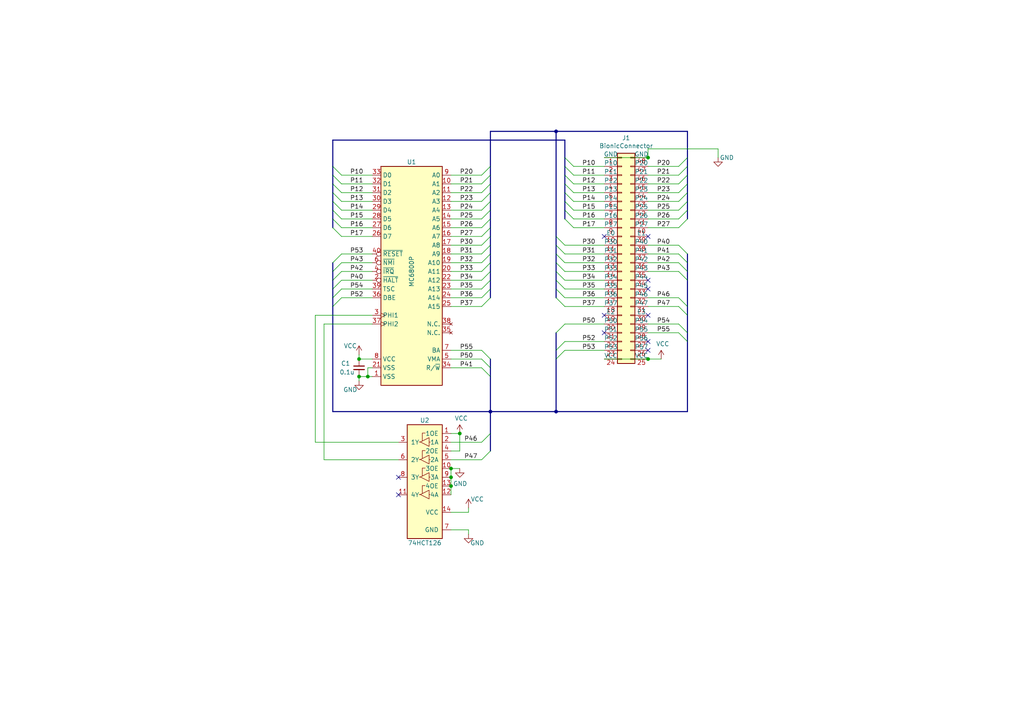
<source format=kicad_sch>
(kicad_sch (version 20211123) (generator eeschema)
  (paper "A4")
  (title_block (title "BionicMC6800 Mezzanine") (date "2022-01-18") (rev "2") (company "Tadashi G. Takaoka"))
  (lib_symbols
    (symbol "0-LocalLibrary:74HCT126" (pin_names (offset 1.016))
      (property "Reference" "U" (at 0 16.51 0))
      (property "Value" "74HCT126" (at 0 -19.05 0))
      (symbol "74HCT126_0_1"
        (polyline (pts (xy -1.2954 10.2108) (xy -1.6002 10.2108)))
        (polyline (pts (xy 1.2954 10.2362) (xy 1.651 10.2362)))
        (polyline (pts (xy 0.7112 10.5664) (xy 0.7112 12.827) (xy -0.127 12.827) (xy -0.1016 12.827)))
      )
      (symbol "74HCT126_1_0"
        (polyline (pts (xy 1.27 10.2362) (xy -1.27 11.5062) (xy -1.27 8.9662) (xy 1.27 10.2362)) (stroke (width 0.1524)))
        (pin input line (at -7.62 12.7 0) (length 2.54) (name "1OE") (number "1"))
        (pin input line (at -7.62 2.54 0) (length 2.54) (name "3OE") (number "10"))
        (pin tri_state line (at 7.62 -5.08 180) (length 2.54) (name "4Y") (number "11"))
        (pin input line (at -7.62 -5.08 0) (length 2.54) (name "4A") (number "12"))
        (pin input line (at -7.62 -2.54 0) (length 2.54) (name "4OE") (number "13"))
        (pin power_in line (at -7.62 -10.16 0) (length 2.54) (name "VCC") (number "14"))
        (pin input line (at -7.62 10.16 0) (length 2.54) (name "1A") (number "2"))
        (pin tri_state line (at 7.62 10.16 180) (length 2.54) (name "1Y") (number "3"))
        (pin input line (at -7.62 7.62 0) (length 2.54) (name "2OE") (number "4"))
        (pin input line (at -7.62 5.08 0) (length 2.54) (name "2A") (number "5"))
        (pin tri_state line (at 7.62 5.08 180) (length 2.54) (name "2Y") (number "6"))
        (pin power_in line (at -7.62 -15.24 0) (length 2.54) (name "GND") (number "7"))
        (pin tri_state line (at 7.62 0 180) (length 2.54) (name "3Y") (number "8"))
        (pin input line (at -7.62 0 0) (length 2.54) (name "3A") (number "9"))
      )
      (symbol "74HCT126_1_1"
        (rectangle (start -5.08 15.24) (end 5.08 -17.78) (stroke (width 0.254)) (fill (type background)))
        (polyline (pts (xy -1.2954 -5.0292) (xy -1.6002 -5.0292)))
        (polyline (pts (xy -1.2954 0.0508) (xy -1.6002 0.0508)))
        (polyline (pts (xy -1.2954 5.1308) (xy -1.6002 5.1308)))
        (polyline (pts (xy 1.2954 -5.0038) (xy 1.651 -5.0038)))
        (polyline (pts (xy 1.2954 0.0762) (xy 1.651 0.0762)))
        (polyline (pts (xy 1.2954 5.1562) (xy 1.651 5.1562)))
        (polyline (pts (xy 0.7112 -4.6736) (xy 0.7112 -2.413) (xy -0.127 -2.413) (xy -0.1016 -2.413)))
        (polyline (pts (xy 0.7112 0.4064) (xy 0.7112 2.667) (xy -0.127 2.667) (xy -0.1016 2.667)))
        (polyline (pts (xy 0.7112 5.4864) (xy 0.7112 7.747) (xy -0.127 7.747) (xy -0.1016 7.747)))
        (polyline (pts (xy 1.27 -5.0038) (xy -1.27 -3.7338) (xy -1.27 -6.2738) (xy 1.27 -5.0038)) (stroke (width 0.1524)))
        (polyline (pts (xy 1.27 0.0762) (xy -1.27 1.3462) (xy -1.27 -1.1938) (xy 1.27 0.0762)) (stroke (width 0.1524)))
        (polyline (pts (xy 1.27 5.1562) (xy -1.27 6.4262) (xy -1.27 3.8862) (xy 1.27 5.1562)) (stroke (width 0.1524)))
      )
    )
    (symbol "0-LocalLibrary:BionicConnector" (pin_names (offset 0))
      (property "Reference" "J" (at 1.27 30.48 0))
      (property "Value" "BionicConnector" (at 3.81 33.02 0))
      (symbol "BionicConnector_1_1"
        (rectangle (start -1.27 -30.353) (end 0 -30.607) (stroke (width 0.1524)))
        (rectangle (start -1.27 -27.813) (end 0 -28.067) (stroke (width 0.1524)))
        (rectangle (start -1.27 -25.273) (end 0 -25.527) (stroke (width 0.1524)))
        (rectangle (start -1.27 -22.733) (end 0 -22.987) (stroke (width 0.1524)))
        (rectangle (start -1.27 -20.193) (end 0 -20.447) (stroke (width 0.1524)))
        (rectangle (start -1.27 -17.653) (end 0 -17.907) (stroke (width 0.1524)))
        (rectangle (start -1.27 -15.113) (end 0 -15.367) (stroke (width 0.1524)))
        (rectangle (start -1.27 -12.573) (end 0 -12.827) (stroke (width 0.1524)))
        (rectangle (start -1.27 -10.033) (end 0 -10.287) (stroke (width 0.1524)))
        (rectangle (start -1.27 -7.493) (end 0 -7.747) (stroke (width 0.1524)))
        (rectangle (start -1.27 -4.953) (end 0 -5.207) (stroke (width 0.1524)))
        (rectangle (start -1.27 -2.413) (end 0 -2.667) (stroke (width 0.1524)))
        (rectangle (start -1.27 0.127) (end 0 -0.127) (stroke (width 0.1524)))
        (rectangle (start -1.27 2.667) (end 0 2.413) (stroke (width 0.1524)))
        (rectangle (start -1.27 5.207) (end 0 4.953) (stroke (width 0.1524)))
        (rectangle (start -1.27 7.747) (end 0 7.493) (stroke (width 0.1524)))
        (rectangle (start -1.27 10.287) (end 0 10.033) (stroke (width 0.1524)))
        (rectangle (start -1.27 12.827) (end 0 12.573) (stroke (width 0.1524)))
        (rectangle (start -1.27 15.367) (end 0 15.113) (stroke (width 0.1524)))
        (rectangle (start -1.27 17.907) (end 0 17.653) (stroke (width 0.1524)))
        (rectangle (start -1.27 20.447) (end 0 20.193) (stroke (width 0.1524)))
        (rectangle (start -1.27 22.987) (end 0 22.733) (stroke (width 0.1524)))
        (rectangle (start -1.27 25.527) (end 0 25.273) (stroke (width 0.1524)))
        (rectangle (start -1.27 28.067) (end 0 27.813) (stroke (width 0.1524)))
        (rectangle (start -1.27 29.21) (end 3.81 -31.75) (stroke (width 0.254)) (fill (type background)))
        (rectangle (start 3.81 -30.353) (end 2.54 -30.607) (stroke (width 0.1524)))
        (rectangle (start 3.81 -27.813) (end 2.54 -28.067) (stroke (width 0.1524)))
        (rectangle (start 3.81 -25.273) (end 2.54 -25.527) (stroke (width 0.1524)))
        (rectangle (start 3.81 -22.733) (end 2.54 -22.987) (stroke (width 0.1524)))
        (rectangle (start 3.81 -20.193) (end 2.54 -20.447) (stroke (width 0.1524)))
        (rectangle (start 3.81 -17.653) (end 2.54 -17.907) (stroke (width 0.1524)))
        (rectangle (start 3.81 -15.113) (end 2.54 -15.367) (stroke (width 0.1524)))
        (rectangle (start 3.81 -12.573) (end 2.54 -12.827) (stroke (width 0.1524)))
        (rectangle (start 3.81 -10.033) (end 2.54 -10.287) (stroke (width 0.1524)))
        (rectangle (start 3.81 -7.493) (end 2.54 -7.747) (stroke (width 0.1524)))
        (rectangle (start 3.81 -4.953) (end 2.54 -5.207) (stroke (width 0.1524)))
        (rectangle (start 3.81 -2.413) (end 2.54 -2.667) (stroke (width 0.1524)))
        (rectangle (start 3.81 0.127) (end 2.54 -0.127) (stroke (width 0.1524)))
        (rectangle (start 3.81 2.667) (end 2.54 2.413) (stroke (width 0.1524)))
        (rectangle (start 3.81 5.207) (end 2.54 4.953) (stroke (width 0.1524)))
        (rectangle (start 3.81 7.747) (end 2.54 7.493) (stroke (width 0.1524)))
        (rectangle (start 3.81 10.287) (end 2.54 10.033) (stroke (width 0.1524)))
        (rectangle (start 3.81 12.827) (end 2.54 12.573) (stroke (width 0.1524)))
        (rectangle (start 3.81 15.367) (end 2.54 15.113) (stroke (width 0.1524)))
        (rectangle (start 3.81 17.907) (end 2.54 17.653) (stroke (width 0.1524)))
        (rectangle (start 3.81 20.447) (end 2.54 20.193) (stroke (width 0.1524)))
        (rectangle (start 3.81 22.987) (end 2.54 22.733) (stroke (width 0.1524)))
        (rectangle (start 3.81 25.527) (end 2.54 25.273) (stroke (width 0.1524)))
        (rectangle (start 3.81 28.067) (end 2.54 27.813) (stroke (width 0.1524)))
        (pin power_out line (at -5.08 27.94 0) (length 3.81) (name "GND") (number "1"))
        (pin bidirectional line (at -5.08 5.08 0) (length 3.81) (name "E0") (number "10"))
        (pin bidirectional line (at -5.08 2.54 0) (length 3.81) (name "P30") (number "11"))
        (pin bidirectional line (at -5.08 0 0) (length 3.81) (name "P31") (number "12"))
        (pin bidirectional line (at -5.08 -2.54 0) (length 3.81) (name "P32") (number "13"))
        (pin bidirectional line (at -5.08 -5.08 0) (length 3.81) (name "P33") (number "14"))
        (pin bidirectional line (at -5.08 -7.62 0) (length 3.81) (name "P34") (number "15"))
        (pin bidirectional line (at -5.08 -10.16 0) (length 3.81) (name "P35") (number "16"))
        (pin bidirectional line (at -5.08 -12.7 0) (length 3.81) (name "P36") (number "17"))
        (pin bidirectional line (at -5.08 -15.24 0) (length 3.81) (name "P37") (number "18"))
        (pin bidirectional line (at -5.08 -17.78 0) (length 3.81) (name "E2") (number "19"))
        (pin bidirectional line (at -5.08 25.4 0) (length 3.81) (name "P10") (number "2"))
        (pin bidirectional line (at -5.08 -20.32 0) (length 3.81) (name "P50") (number "20"))
        (pin bidirectional line (at -5.08 -22.86 0) (length 3.81) (name "P51") (number "21"))
        (pin bidirectional line (at -5.08 -25.4 0) (length 3.81) (name "P52") (number "22"))
        (pin bidirectional line (at -5.08 -27.94 0) (length 3.81) (name "P53") (number "23"))
        (pin power_out line (at -5.08 -30.48 0) (length 3.81) (name "VCC") (number "24"))
        (pin power_in line (at 7.62 -30.48 180) (length 3.81) (name "VCC") (number "25"))
        (pin bidirectional line (at 7.62 -27.94 180) (length 3.81) (name "P57") (number "26"))
        (pin bidirectional line (at 7.62 -25.4 180) (length 3.81) (name "P56") (number "27"))
        (pin bidirectional line (at 7.62 -22.86 180) (length 3.81) (name "P55") (number "28"))
        (pin bidirectional line (at 7.62 -20.32 180) (length 3.81) (name "P54") (number "29"))
        (pin bidirectional line (at -5.08 22.86 0) (length 3.81) (name "P11") (number "3"))
        (pin bidirectional line (at 7.62 -17.78 180) (length 3.81) (name "E3") (number "30"))
        (pin bidirectional line (at 7.62 -15.24 180) (length 3.81) (name "P47") (number "31"))
        (pin bidirectional line (at 7.62 -12.7 180) (length 3.81) (name "P46") (number "32"))
        (pin bidirectional line (at 7.62 -10.16 180) (length 3.81) (name "P45") (number "33"))
        (pin bidirectional line (at 7.62 -7.62 180) (length 3.81) (name "P44") (number "34"))
        (pin bidirectional line (at 7.62 -5.08 180) (length 3.81) (name "P43") (number "35"))
        (pin bidirectional line (at 7.62 -2.54 180) (length 3.81) (name "P42") (number "36"))
        (pin bidirectional line (at 7.62 0 180) (length 3.81) (name "P41") (number "37"))
        (pin bidirectional line (at 7.62 2.54 180) (length 3.81) (name "P40") (number "38"))
        (pin bidirectional line (at 7.62 5.08 180) (length 3.81) (name "E1") (number "39"))
        (pin bidirectional line (at -5.08 20.32 0) (length 3.81) (name "P12") (number "4"))
        (pin bidirectional line (at 7.62 7.62 180) (length 3.81) (name "P27") (number "40"))
        (pin bidirectional line (at 7.62 10.16 180) (length 3.81) (name "P26") (number "41"))
        (pin bidirectional line (at 7.62 12.7 180) (length 3.81) (name "P25") (number "42"))
        (pin bidirectional line (at 7.62 15.24 180) (length 3.81) (name "P24") (number "43"))
        (pin bidirectional line (at 7.62 17.78 180) (length 3.81) (name "P23") (number "44"))
        (pin bidirectional line (at 7.62 20.32 180) (length 3.81) (name "P22") (number "45"))
        (pin bidirectional line (at 7.62 22.86 180) (length 3.81) (name "P21") (number "46"))
        (pin bidirectional line (at 7.62 25.4 180) (length 3.81) (name "P20") (number "47"))
        (pin power_in line (at 7.62 27.94 180) (length 3.81) (name "GND") (number "48"))
        (pin bidirectional line (at -5.08 17.78 0) (length 3.81) (name "P13") (number "5"))
        (pin bidirectional line (at -5.08 15.24 0) (length 3.81) (name "P14") (number "6"))
        (pin bidirectional line (at -5.08 12.7 0) (length 3.81) (name "P15") (number "7"))
        (pin bidirectional line (at -5.08 10.16 0) (length 3.81) (name "P16") (number "8"))
        (pin bidirectional line (at -5.08 7.62 0) (length 3.81) (name "P17") (number "9"))
      )
    )
    (symbol "0-LocalLibrary:MC6800P"
      (property "Reference" "U" (at -1.27 31.75 0))
      (property "Value" "MC6800P" (at 0 -3.81 90))
      (symbol "MC6800P_0_1"
        (rectangle (start -8.89 -33.02) (end 8.89 30.48) (stroke (width 0.254)) (fill (type background)))
      )
      (symbol "MC6800P_1_1"
        (pin power_in line (at -11.43 -30.48 0) (length 2.54) (name "VSS") (number "1"))
        (pin output line (at 11.43 25.4 180) (length 2.54) (name "A1") (number "10"))
        (pin output line (at 11.43 22.86 180) (length 2.54) (name "A2") (number "11"))
        (pin output line (at 11.43 20.32 180) (length 2.54) (name "A3") (number "12"))
        (pin output line (at 11.43 17.78 180) (length 2.54) (name "A4") (number "13"))
        (pin output line (at 11.43 15.24 180) (length 2.54) (name "A5") (number "14"))
        (pin output line (at 11.43 12.7 180) (length 2.54) (name "A6") (number "15"))
        (pin output line (at 11.43 10.16 180) (length 2.54) (name "A7") (number "16"))
        (pin output line (at 11.43 7.62 180) (length 2.54) (name "A8") (number "17"))
        (pin output line (at 11.43 5.08 180) (length 2.54) (name "A9") (number "18"))
        (pin output line (at 11.43 2.54 180) (length 2.54) (name "A10") (number "19"))
        (pin input inverted (at -11.43 -2.54 0) (length 2.54) (name "~{HALT}") (number "2"))
        (pin output line (at 11.43 0 180) (length 2.54) (name "A11") (number "20"))
        (pin power_in line (at -11.43 -27.94 0) (length 2.54) (name "VSS") (number "21"))
        (pin output line (at 11.43 -2.54 180) (length 2.54) (name "A12") (number "22"))
        (pin output line (at 11.43 -5.08 180) (length 2.54) (name "A13") (number "23"))
        (pin output line (at 11.43 -7.62 180) (length 2.54) (name "A14") (number "24"))
        (pin output line (at 11.43 -10.16 180) (length 2.54) (name "A15") (number "25"))
        (pin bidirectional line (at -11.43 10.16 0) (length 2.54) (name "D7") (number "26"))
        (pin bidirectional line (at -11.43 12.7 0) (length 2.54) (name "D6") (number "27"))
        (pin bidirectional line (at -11.43 15.24 0) (length 2.54) (name "D5") (number "28"))
        (pin bidirectional line (at -11.43 17.78 0) (length 2.54) (name "D4") (number "29"))
        (pin input clock (at -11.43 -12.7 0) (length 2.54) (name "PHI1") (number "3"))
        (pin bidirectional line (at -11.43 20.32 0) (length 2.54) (name "D3") (number "30"))
        (pin bidirectional line (at -11.43 22.86 0) (length 2.54) (name "D2") (number "31"))
        (pin bidirectional line (at -11.43 25.4 0) (length 2.54) (name "D1") (number "32"))
        (pin bidirectional line (at -11.43 27.94 0) (length 2.54) (name "D0") (number "33"))
        (pin output line (at 11.43 -27.94 180) (length 2.54) (name "R/~{W}") (number "34"))
        (pin no_connect line (at 11.43 -17.78 180) (length 2.54) (name "N.C.") (number "35"))
        (pin input line (at -11.43 -7.62 0) (length 2.54) (name "DBE") (number "36"))
        (pin input clock (at -11.43 -15.24 0) (length 2.54) (name "PHI2") (number "37"))
        (pin no_connect line (at 11.43 -15.24 180) (length 2.54) (name "N.C.") (number "38"))
        (pin input line (at -11.43 -5.08 0) (length 2.54) (name "TSC") (number "39"))
        (pin input inverted (at -11.43 0 0) (length 2.54) (name "~{IRQ}") (number "4"))
        (pin input inverted (at -11.43 5.08 0) (length 2.54) (name "~{RESET}") (number "40"))
        (pin output line (at 11.43 -25.4 180) (length 2.54) (name "VMA") (number "5"))
        (pin input inverted (at -11.43 2.54 0) (length 2.54) (name "~{NMI}") (number "6"))
        (pin output line (at 11.43 -22.86 180) (length 2.54) (name "BA") (number "7"))
        (pin power_in line (at -11.43 -25.4 0) (length 2.54) (name "VCC") (number "8"))
        (pin output line (at 11.43 27.94 180) (length 2.54) (name "A0") (number "9"))
      )
    )
    (symbol "Device:C_Small" (pin_numbers hide) (pin_names (offset 0.254) hide)
      (property "Reference" "C" (at 0.254 1.778 0))
      (property "Value" "C_Small" (at 0.254 -2.032 0))
      (symbol "C_Small_0_1"
        (polyline (pts (xy -1.524 -0.508) (xy 1.524 -0.508)) (stroke (width 0.3302)))
        (polyline (pts (xy -1.524 0.508) (xy 1.524 0.508)) (stroke (width 0.3048)))
      )
      (symbol "C_Small_1_1"
        (pin passive line (at 0 2.54 270) (length 2.032) (name "~") (number "1"))
        (pin passive line (at 0 -2.54 90) (length 2.032) (name "~") (number "2"))
      )
    )
    (symbol "power:GND" (power) (pin_names (offset 0))
      (property "Value" "GND" (at 0 -3.81 0))
      (symbol "GND_0_1"
        (polyline (pts (xy 0 0) (xy 0 -1.27) (xy 1.27 -1.27) (xy 0 -2.54) (xy -1.27 -1.27) (xy 0 -1.27)))
      )
      (symbol "GND_1_1"
        (pin power_in line (at 0 0 270) (length 0) hide (name "GND") (number "1"))
      )
    )
    (symbol "power:VCC" (power) (pin_names (offset 0))
      (property "Value" "VCC" (at 0 3.81 0))
      (symbol "VCC_0_1"
        (polyline (pts (xy -0.762 1.27) (xy 0 2.54)))
        (polyline (pts (xy 0 0) (xy 0 2.54)))
        (polyline (pts (xy 0 2.54) (xy 0.762 1.27)))
      )
      (symbol "VCC_1_1"
        (pin power_in line (at 0 0 90) (length 0) hide (name "VCC") (number "1"))
      )
    )
  )
  (junction (at 104.14 109.22))
  (junction (at 161.29 119.38))
  (junction (at 142.24 119.38))
  (junction (at 130.81 140.97))
  (junction (at 161.29 38.1))
  (junction (at 187.96 45.72))
  (junction (at 106.68 109.22))
  (junction (at 133.35 125.73))
  (junction (at 104.14 104.14))
  (junction (at 130.81 135.89))
  (junction (at 130.81 138.43))
  (junction (at 187.96 104.14))
  (no_connect (at 187.96 99.06))
  (no_connect (at 175.26 68.58))
  (no_connect (at 175.26 96.52))
  (no_connect (at 115.57 143.51))
  (no_connect (at 175.26 91.44))
  (no_connect (at 187.96 101.6))
  (no_connect (at 115.57 138.43))
  (no_connect (at 187.96 83.82))
  (no_connect (at 187.96 68.58))
  (no_connect (at 187.96 81.28))
  (no_connect (at 187.96 91.44))
  (bus_entry (at 196.85 96.52) (size 2.54 2.54))
  (bus_entry (at 139.7 104.14) (size 2.54 2.54))
  (bus_entry (at 139.7 73.66) (size 2.54 -2.54))
  (bus_entry (at 163.83 101.6) (size -2.54 2.54))
  (bus_entry (at 166.37 60.96) (size -2.54 -2.54))
  (bus_entry (at 139.7 128.27) (size 2.54 -2.54))
  (bus_entry (at 163.83 93.98) (size -2.54 2.54))
  (bus_entry (at 99.06 76.2) (size -2.54 2.54))
  (bus_entry (at 161.29 78.74) (size 2.54 2.54))
  (bus_entry (at 142.24 58.42) (size -2.54 2.54))
  (bus_entry (at 99.06 81.28) (size -2.54 2.54))
  (bus_entry (at 139.7 78.74) (size 2.54 -2.54))
  (bus_entry (at 166.37 55.88) (size -2.54 -2.54))
  (bus_entry (at 139.7 86.36) (size 2.54 -2.54))
  (bus_entry (at 139.7 81.28) (size 2.54 -2.54))
  (bus_entry (at 166.37 66.04) (size -2.54 -2.54))
  (bus_entry (at 139.7 83.82) (size 2.54 -2.54))
  (bus_entry (at 199.39 60.96) (size -2.54 2.54))
  (bus_entry (at 99.06 66.04) (size -2.54 -2.54))
  (bus_entry (at 142.24 60.96) (size -2.54 2.54))
  (bus_entry (at 99.06 78.74) (size -2.54 2.54))
  (bus_entry (at 161.29 73.66) (size 2.54 2.54))
  (bus_entry (at 99.06 60.96) (size -2.54 -2.54))
  (bus_entry (at 99.06 58.42) (size -2.54 -2.54))
  (bus_entry (at 142.24 55.88) (size -2.54 2.54))
  (bus_entry (at 161.29 76.2) (size 2.54 2.54))
  (bus_entry (at 99.06 68.58) (size -2.54 -2.54))
  (bus_entry (at 163.83 71.12) (size -2.54 -2.54))
  (bus_entry (at 142.24 53.34) (size -2.54 2.54))
  (bus_entry (at 139.7 76.2) (size 2.54 -2.54))
  (bus_entry (at 196.85 93.98) (size 2.54 2.54))
  (bus_entry (at 199.39 45.72) (size -2.54 2.54))
  (bus_entry (at 166.37 48.26) (size -2.54 -2.54))
  (bus_entry (at 196.85 73.66) (size 2.54 2.54))
  (bus_entry (at 161.29 86.36) (size 2.54 2.54))
  (bus_entry (at 199.39 55.88) (size -2.54 2.54))
  (bus_entry (at 196.85 76.2) (size 2.54 2.54))
  (bus_entry (at 166.37 63.5) (size -2.54 -2.54))
  (bus_entry (at 139.7 101.6) (size 2.54 2.54))
  (bus_entry (at 96.52 86.36) (size 2.54 -2.54))
  (bus_entry (at 139.7 88.9) (size 2.54 -2.54))
  (bus_entry (at 199.39 53.34) (size -2.54 2.54))
  (bus_entry (at 166.37 58.42) (size -2.54 -2.54))
  (bus_entry (at 199.39 58.42) (size -2.54 2.54))
  (bus_entry (at 196.85 86.36) (size 2.54 2.54))
  (bus_entry (at 199.39 63.5) (size -2.54 2.54))
  (bus_entry (at 139.7 71.12) (size 2.54 -2.54))
  (bus_entry (at 196.85 71.12) (size 2.54 2.54))
  (bus_entry (at 199.39 48.26) (size -2.54 2.54))
  (bus_entry (at 142.24 66.04) (size -2.54 2.54))
  (bus_entry (at 166.37 53.34) (size -2.54 -2.54))
  (bus_entry (at 166.37 50.8) (size -2.54 -2.54))
  (bus_entry (at 161.29 71.12) (size 2.54 2.54))
  (bus_entry (at 99.06 55.88) (size -2.54 -2.54))
  (bus_entry (at 96.52 76.2) (size 2.54 -2.54))
  (bus_entry (at 199.39 50.8) (size -2.54 2.54))
  (bus_entry (at 96.52 88.9) (size 2.54 -2.54))
  (bus_entry (at 142.24 63.5) (size -2.54 2.54))
  (bus_entry (at 196.85 78.74) (size 2.54 2.54))
  (bus_entry (at 139.7 133.35) (size 2.54 -2.54))
  (bus_entry (at 139.7 106.68) (size 2.54 2.54))
  (bus_entry (at 142.24 48.26) (size -2.54 2.54))
  (bus_entry (at 196.85 88.9) (size 2.54 2.54))
  (bus_entry (at 99.06 63.5) (size -2.54 -2.54))
  (bus_entry (at 142.24 50.8) (size -2.54 2.54))
  (bus_entry (at 161.29 83.82) (size 2.54 2.54))
  (bus_entry (at 161.29 81.28) (size 2.54 2.54))
  (bus_entry (at 99.06 50.8) (size -2.54 -2.54))
  (bus_entry (at 163.83 99.06) (size -2.54 2.54))
  (bus_entry (at 99.06 53.34) (size -2.54 -2.54))
  (wire (pts (xy 99.06 78.74) (xy 107.95 78.74)))
  (bus (pts (xy 161.29 96.52) (xy 161.29 101.6)))
  (bus (pts (xy 142.24 68.58) (xy 142.24 71.12)))
  (bus (pts (xy 142.24 125.73) (xy 142.24 130.81)))
  (wire (pts (xy 104.14 109.22) (xy 106.68 109.22)))
  (wire (pts (xy 163.83 71.12) (xy 175.26 71.12)))
  (wire (pts (xy 130.81 71.12) (xy 139.7 71.12)))
  (wire (pts (xy 130.81 128.27) (xy 139.7 128.27)))
  (wire (pts (xy 187.96 50.8) (xy 196.85 50.8)))
  (wire (pts (xy 187.96 76.2) (xy 196.85 76.2)))
  (bus (pts (xy 142.24 119.38) (xy 142.24 125.73)))
  (bus (pts (xy 163.83 45.72) (xy 163.83 48.26)))
  (wire (pts (xy 175.26 66.04) (xy 166.37 66.04)))
  (wire (pts (xy 187.96 60.96) (xy 196.85 60.96)))
  (bus (pts (xy 199.39 73.66) (xy 199.39 76.2)))
  (wire (pts (xy 163.83 86.36) (xy 175.26 86.36)))
  (wire (pts (xy 91.44 91.44) (xy 91.44 128.27)))
  (wire (pts (xy 175.26 55.88) (xy 166.37 55.88)))
  (wire (pts (xy 187.96 43.18) (xy 187.96 45.72)))
  (bus (pts (xy 96.52 81.28) (xy 96.52 83.82)))
  (bus (pts (xy 161.29 101.6) (xy 161.29 104.14)))
  (bus (pts (xy 96.52 119.38) (xy 142.24 119.38)))
  (bus (pts (xy 142.24 78.74) (xy 142.24 81.28)))
  (wire (pts (xy 175.26 60.96) (xy 166.37 60.96)))
  (bus (pts (xy 142.24 48.26) (xy 142.24 50.8)))
  (wire (pts (xy 175.26 101.6) (xy 163.83 101.6)))
  (wire (pts (xy 187.96 71.12) (xy 196.85 71.12)))
  (wire (pts (xy 91.44 91.44) (xy 107.95 91.44)))
  (wire (pts (xy 130.81 133.35) (xy 139.7 133.35)))
  (wire (pts (xy 93.98 93.98) (xy 93.98 133.35)))
  (wire (pts (xy 187.96 43.18) (xy 208.28 43.18)))
  (wire (pts (xy 130.81 63.5) (xy 139.7 63.5)))
  (bus (pts (xy 199.39 45.72) (xy 199.39 48.26)))
  (bus (pts (xy 142.24 76.2) (xy 142.24 78.74)))
  (wire (pts (xy 130.81 53.34) (xy 139.7 53.34)))
  (bus (pts (xy 142.24 109.22) (xy 142.24 119.38)))
  (bus (pts (xy 161.29 81.28) (xy 161.29 83.82)))
  (wire (pts (xy 135.89 148.59) (xy 135.89 147.32)))
  (bus (pts (xy 142.24 63.5) (xy 142.24 66.04)))
  (bus (pts (xy 161.29 38.1) (xy 199.39 38.1)))
  (wire (pts (xy 104.14 110.49) (xy 104.14 109.22)))
  (bus (pts (xy 96.52 40.64) (xy 96.52 48.26)))
  (wire (pts (xy 130.81 60.96) (xy 139.7 60.96)))
  (wire (pts (xy 107.95 66.04) (xy 99.06 66.04)))
  (wire (pts (xy 187.96 96.52) (xy 196.85 96.52)))
  (wire (pts (xy 93.98 93.98) (xy 107.95 93.98)))
  (bus (pts (xy 161.29 104.14) (xy 161.29 119.38)))
  (wire (pts (xy 187.96 58.42) (xy 196.85 58.42)))
  (wire (pts (xy 106.68 106.68) (xy 106.68 109.22)))
  (wire (pts (xy 130.81 88.9) (xy 139.7 88.9)))
  (wire (pts (xy 107.95 60.96) (xy 99.06 60.96)))
  (wire (pts (xy 135.89 154.94) (xy 135.89 153.67)))
  (wire (pts (xy 130.81 130.81) (xy 133.35 130.81)))
  (wire (pts (xy 130.81 55.88) (xy 139.7 55.88)))
  (wire (pts (xy 130.81 153.67) (xy 135.89 153.67)))
  (bus (pts (xy 142.24 60.96) (xy 142.24 63.5)))
  (bus (pts (xy 199.39 88.9) (xy 199.39 91.44)))
  (wire (pts (xy 130.81 73.66) (xy 139.7 73.66)))
  (wire (pts (xy 107.95 106.68) (xy 106.68 106.68)))
  (wire (pts (xy 175.26 63.5) (xy 166.37 63.5)))
  (bus (pts (xy 199.39 58.42) (xy 199.39 60.96)))
  (bus (pts (xy 142.24 83.82) (xy 142.24 86.36)))
  (wire (pts (xy 130.81 83.82) (xy 139.7 83.82)))
  (wire (pts (xy 187.96 66.04) (xy 196.85 66.04)))
  (wire (pts (xy 163.83 83.82) (xy 175.26 83.82)))
  (wire (pts (xy 107.95 68.58) (xy 99.06 68.58)))
  (bus (pts (xy 163.83 40.64) (xy 163.83 45.72)))
  (bus (pts (xy 142.24 53.34) (xy 142.24 55.88)))
  (wire (pts (xy 107.95 55.88) (xy 99.06 55.88)))
  (wire (pts (xy 187.96 48.26) (xy 196.85 48.26)))
  (bus (pts (xy 199.39 55.88) (xy 199.39 58.42)))
  (bus (pts (xy 96.52 88.9) (xy 96.52 119.38)))
  (wire (pts (xy 163.83 88.9) (xy 175.26 88.9)))
  (wire (pts (xy 130.81 50.8) (xy 139.7 50.8)))
  (wire (pts (xy 175.26 48.26) (xy 166.37 48.26)))
  (bus (pts (xy 142.24 38.1) (xy 161.29 38.1)))
  (bus (pts (xy 163.83 60.96) (xy 163.83 63.5)))
  (bus (pts (xy 142.24 55.88) (xy 142.24 58.42)))
  (wire (pts (xy 163.83 76.2) (xy 175.26 76.2)))
  (bus (pts (xy 142.24 119.38) (xy 161.29 119.38)))
  (wire (pts (xy 130.81 101.6) (xy 139.7 101.6)))
  (wire (pts (xy 187.96 93.98) (xy 196.85 93.98)))
  (bus (pts (xy 199.39 76.2) (xy 199.39 78.74)))
  (bus (pts (xy 96.52 86.36) (xy 96.52 88.9)))
  (wire (pts (xy 130.81 86.36) (xy 139.7 86.36)))
  (bus (pts (xy 142.24 58.42) (xy 142.24 60.96)))
  (bus (pts (xy 161.29 38.1) (xy 161.29 68.58)))
  (bus (pts (xy 96.52 58.42) (xy 96.52 60.96)))
  (bus (pts (xy 163.83 50.8) (xy 163.83 53.34)))
  (bus (pts (xy 96.52 48.26) (xy 96.52 50.8)))
  (bus (pts (xy 142.24 66.04) (xy 142.24 68.58)))
  (bus (pts (xy 163.83 58.42) (xy 163.83 60.96)))
  (bus (pts (xy 199.39 60.96) (xy 199.39 63.5)))
  (wire (pts (xy 208.28 43.18) (xy 208.28 45.72)))
  (bus (pts (xy 96.52 53.34) (xy 96.52 55.88)))
  (wire (pts (xy 130.81 140.97) (xy 130.81 138.43)))
  (wire (pts (xy 130.81 68.58) (xy 139.7 68.58)))
  (wire (pts (xy 130.81 104.14) (xy 139.7 104.14)))
  (bus (pts (xy 142.24 38.1) (xy 142.24 48.26)))
  (bus (pts (xy 199.39 96.52) (xy 199.39 99.06)))
  (wire (pts (xy 107.95 50.8) (xy 99.06 50.8)))
  (wire (pts (xy 187.96 88.9) (xy 196.85 88.9)))
  (bus (pts (xy 142.24 81.28) (xy 142.24 83.82)))
  (wire (pts (xy 130.81 81.28) (xy 139.7 81.28)))
  (wire (pts (xy 139.7 106.68) (xy 130.81 106.68)))
  (wire (pts (xy 163.83 73.66) (xy 175.26 73.66)))
  (wire (pts (xy 107.95 73.66) (xy 99.06 73.66)))
  (wire (pts (xy 187.96 53.34) (xy 196.85 53.34)))
  (wire (pts (xy 130.81 143.51) (xy 130.81 140.97)))
  (bus (pts (xy 161.29 71.12) (xy 161.29 73.66)))
  (wire (pts (xy 130.81 76.2) (xy 139.7 76.2)))
  (wire (pts (xy 104.14 104.14) (xy 107.95 104.14)))
  (wire (pts (xy 175.26 99.06) (xy 163.83 99.06)))
  (bus (pts (xy 199.39 48.26) (xy 199.39 50.8)))
  (bus (pts (xy 142.24 106.68) (xy 142.24 109.22)))
  (bus (pts (xy 96.52 83.82) (xy 96.52 86.36)))
  (wire (pts (xy 93.98 133.35) (xy 115.57 133.35)))
  (wire (pts (xy 130.81 135.89) (xy 133.35 135.89)))
  (bus (pts (xy 161.29 83.82) (xy 161.29 86.36)))
  (bus (pts (xy 142.24 73.66) (xy 142.24 76.2)))
  (wire (pts (xy 175.26 93.98) (xy 163.83 93.98)))
  (wire (pts (xy 107.95 81.28) (xy 99.06 81.28)))
  (bus (pts (xy 142.24 104.14) (xy 142.24 106.68)))
  (bus (pts (xy 199.39 81.28) (xy 199.39 88.9)))
  (bus (pts (xy 96.52 76.2) (xy 96.52 78.74)))
  (bus (pts (xy 199.39 53.34) (xy 199.39 55.88)))
  (wire (pts (xy 99.06 76.2) (xy 107.95 76.2)))
  (bus (pts (xy 96.52 78.74) (xy 96.52 81.28)))
  (wire (pts (xy 107.95 86.36) (xy 99.06 86.36)))
  (wire (pts (xy 187.96 78.74) (xy 196.85 78.74)))
  (wire (pts (xy 130.81 138.43) (xy 130.81 135.89)))
  (wire (pts (xy 175.26 104.14) (xy 187.96 104.14)))
  (wire (pts (xy 106.68 109.22) (xy 107.95 109.22)))
  (bus (pts (xy 161.29 73.66) (xy 161.29 76.2)))
  (bus (pts (xy 199.39 38.1) (xy 199.39 45.72)))
  (bus (pts (xy 163.83 48.26) (xy 163.83 50.8)))
  (wire (pts (xy 130.81 125.73) (xy 133.35 125.73)))
  (wire (pts (xy 187.96 55.88) (xy 196.85 55.88)))
  (bus (pts (xy 96.52 63.5) (xy 96.52 66.04)))
  (bus (pts (xy 163.83 53.34) (xy 163.83 55.88)))
  (bus (pts (xy 199.39 91.44) (xy 199.39 96.52)))
  (bus (pts (xy 161.29 76.2) (xy 161.29 78.74)))
  (bus (pts (xy 161.29 68.58) (xy 161.29 71.12)))
  (bus (pts (xy 163.83 55.88) (xy 163.83 58.42)))
  (bus (pts (xy 161.29 78.74) (xy 161.29 81.28)))
  (wire (pts (xy 104.14 104.14) (xy 104.14 102.87)))
  (wire (pts (xy 130.81 58.42) (xy 139.7 58.42)))
  (wire (pts (xy 107.95 63.5) (xy 99.06 63.5)))
  (bus (pts (xy 96.52 60.96) (xy 96.52 63.5)))
  (wire (pts (xy 175.26 53.34) (xy 166.37 53.34)))
  (bus (pts (xy 96.52 40.64) (xy 163.83 40.64)))
  (bus (pts (xy 199.39 119.38) (xy 161.29 119.38)))
  (wire (pts (xy 107.95 58.42) (xy 99.06 58.42)))
  (bus (pts (xy 142.24 50.8) (xy 142.24 53.34)))
  (wire (pts (xy 130.81 66.04) (xy 139.7 66.04)))
  (bus (pts (xy 96.52 55.88) (xy 96.52 58.42)))
  (wire (pts (xy 133.35 130.81) (xy 133.35 125.73)))
  (bus (pts (xy 142.24 71.12) (xy 142.24 73.66)))
  (wire (pts (xy 175.26 50.8) (xy 166.37 50.8)))
  (wire (pts (xy 187.96 73.66) (xy 196.85 73.66)))
  (wire (pts (xy 99.06 83.82) (xy 107.95 83.82)))
  (wire (pts (xy 187.96 104.14) (xy 191.77 104.14)))
  (wire (pts (xy 163.83 81.28) (xy 175.26 81.28)))
  (bus (pts (xy 199.39 78.74) (xy 199.39 81.28)))
  (wire (pts (xy 130.81 78.74) (xy 139.7 78.74)))
  (wire (pts (xy 187.96 63.5) (xy 196.85 63.5)))
  (wire (pts (xy 107.95 53.34) (xy 99.06 53.34)))
  (bus (pts (xy 96.52 50.8) (xy 96.52 53.34)))
  (wire (pts (xy 115.57 128.27) (xy 91.44 128.27)))
  (wire (pts (xy 135.89 148.59) (xy 130.81 148.59)))
  (bus (pts (xy 199.39 50.8) (xy 199.39 53.34)))
  (wire (pts (xy 187.96 86.36) (xy 196.85 86.36)))
  (bus (pts (xy 199.39 99.06) (xy 199.39 119.38)))
  (wire (pts (xy 175.26 45.72) (xy 187.96 45.72)))
  (wire (pts (xy 175.26 58.42) (xy 166.37 58.42)))
  (wire (pts (xy 163.83 78.74) (xy 175.26 78.74)))
  (label "P40" (at 190.5 71.12 0))
  (label "P50" (at 172.72 93.98 180))
  (label "P52" (at 105.41 86.36 180))
  (label "P47" (at 134.62 133.35 0))
  (label "P41" (at 190.5 73.66 0))
  (label "P46" (at 190.5 86.36 0))
  (label "P46" (at 134.62 128.27 0))
  (label "P24" (at 133.35 60.96 0))
  (label "P10" (at 172.72 48.26 180))
  (label "P15" (at 172.72 60.96 180))
  (label "P42" (at 105.41 78.74 180))
  (label "P40" (at 105.41 81.28 180))
  (label "P30" (at 172.72 71.12 180))
  (label "P21" (at 190.5 50.8 0))
  (label "P25" (at 133.35 63.5 0))
  (label "P21" (at 133.35 53.34 0))
  (label "P22" (at 190.5 53.34 0))
  (label "P33" (at 172.72 78.74 180))
  (label "P54" (at 190.5 93.98 0))
  (label "P37" (at 133.35 88.9 0))
  (label "P24" (at 190.5 58.42 0))
  (label "P32" (at 172.72 76.2 180))
  (label "P55" (at 133.35 101.6 0))
  (label "P14" (at 105.41 60.96 180))
  (label "P35" (at 172.72 83.82 180))
  (label "P11" (at 172.72 50.8 180))
  (label "P53" (at 172.72 101.6 180))
  (label "P12" (at 105.41 55.88 180))
  (label "P11" (at 105.41 53.34 180))
  (label "P37" (at 172.72 88.9 180))
  (label "P26" (at 190.5 63.5 0))
  (label "P43" (at 105.41 76.2 180))
  (label "P43" (at 190.5 78.74 0))
  (label "P30" (at 133.35 71.12 0))
  (label "P47" (at 190.5 88.9 0))
  (label "P27" (at 133.35 68.58 0))
  (label "P13" (at 105.41 58.42 180))
  (label "P16" (at 172.72 63.5 180))
  (label "P31" (at 133.35 73.66 0))
  (label "P23" (at 133.35 58.42 0))
  (label "P50" (at 133.35 104.14 0))
  (label "P20" (at 190.5 48.26 0))
  (label "P42" (at 190.5 76.2 0))
  (label "P33" (at 133.35 78.74 0))
  (label "P17" (at 105.41 68.58 180))
  (label "P35" (at 133.35 83.82 0))
  (label "P14" (at 172.72 58.42 180))
  (label "P36" (at 172.72 86.36 180))
  (label "P13" (at 172.72 55.88 180))
  (label "P17" (at 172.72 66.04 180))
  (label "P12" (at 172.72 53.34 180))
  (label "P27" (at 190.5 66.04 0))
  (label "P34" (at 172.72 81.28 180))
  (label "P54" (at 105.41 83.82 180))
  (label "P22" (at 133.35 55.88 0))
  (label "P20" (at 133.35 50.8 0))
  (label "P16" (at 105.41 66.04 180))
  (label "P26" (at 133.35 66.04 0))
  (label "P41" (at 133.35 106.68 0))
  (label "P32" (at 133.35 76.2 0))
  (label "P10" (at 105.41 50.8 180))
  (label "P15" (at 105.41 63.5 180))
  (label "P55" (at 190.5 96.52 0))
  (label "P25" (at 190.5 60.96 0))
  (label "P23" (at 190.5 55.88 0))
  (label "P52" (at 172.72 99.06 180))
  (label "P34" (at 133.35 81.28 0))
  (label "P53" (at 105.41 73.66 180))
  (label "P31" (at 172.72 73.66 180))
  (label "P36" (at 133.35 86.36 0))
  (symbol (lib_id "power:VCC") (at -1352.55 -1136.65 0) (unit 1)
    (property "Reference" "#PWR01" (effects hide))
    (property "Value" "VCC" (at -1352.1182 -1141.0442 0))
  )
  (symbol (lib_id "power:VCC") (at 104.14 102.87 0) (mirror y) (unit 1)
    (property "Reference" "#PWR03" (effects hide))
    (property "Value" "VCC" (at 101.6 100.33 0))
  )
  (symbol (lib_id "power:GND") (at 104.14 110.49 0) (mirror y) (unit 1)
    (property "Reference" "#PWR04" (effects hide))
    (property "Value" "GND" (at 101.6 113.03 0))
  )
  (symbol (lib_id "Device:C_Small") (at 104.14 106.68 0) (mirror y) (unit 1)
    (property "Reference" "C1" (at 101.6 105.41 0) (effects (justify left)))
    (property "Value" "0.1u" (at 102.87 107.95 0) (effects (justify left)))
    (property "Footprint" "Capacitor_THT:C_Disc_D3.4mm_W2.1mm_P2.50mm" (effects hide))
  )
  (symbol (lib_id "0-LocalLibrary:74HCT126") (at 123.19 138.43 0) (mirror y) (unit 1)
    (property "Reference" "U2" (at 123.19 121.92 0))
    (property "Value" "74HCT126" (at 123.19 157.48 0))
    (property "Footprint" "Package_DIP:DIP-14_W7.62mm" (effects hide))
    (property "Datasheet" "https://www.ti.com/lit/ds/symlink/cd74hct126.pdf" (effects hide))
  )
  (symbol (lib_id "power:VCC") (at 135.89 147.32 0) (unit 1)
    (property "Reference" "#PWR07" (effects hide))
    (property "Value" "VCC" (at 138.43 144.78 0))
  )
  (symbol (lib_id "power:GND") (at 135.89 154.94 0) (unit 1)
    (property "Reference" "#PWR08" (effects hide))
    (property "Value" "GND" (at 138.43 157.48 0))
  )
  (symbol (lib_id "0-LocalLibrary:MC6800P") (at 119.38 78.74 0) (unit 1)
    (property "Reference" "U1" (at 119.38 46.99 0))
    (property "Value" "MC6800P" (at 119.38 78.74 90))
    (property "Footprint" "Package_DIP:DIP-40_W15.24mm" (effects hide))
    (property "Datasheet" "https://datasheetspdf.com/pdf-file/496901/Motorola/MC6800/1" (effects hide))
  )
  (symbol (lib_id "power:VCC") (at 133.35 125.73 0) (unit 1)
    (property "Reference" "#PWR02" (effects hide))
    (property "Value" "VCC" (at 133.7818 121.3358 0))
  )
  (symbol (lib_id "power:GND") (at 133.35 135.89 0) (unit 1)
    (property "Reference" "#PWR06" (effects hide))
    (property "Value" "GND" (at 133.477 140.2842 0))
  )
  (symbol (lib_id "power:GND") (at 208.28 45.72 0) (unit 1)
    (property "Reference" "#PWR0101" (effects hide))
    (property "Value" "GND" (at 210.82 45.72 0))
  )
  (symbol (lib_id "power:VCC") (at 191.77 104.14 0) (unit 1)
    (property "Reference" "#PWR0102" (effects hide))
    (property "Value" "VCC" (at 192.2018 99.7458 0))
  )
  (symbol (lib_id "0-LocalLibrary:BionicConnector") (at 180.34 73.66 0) (unit 1)
    (property "Reference" "J1" (at 181.61 40.005 0))
    (property "Value" "BionicConnector" (at 181.61 42.3164 0))
    (property "Footprint" "0-LocalLibrary:DIP-48_W7.62mm" (effects hide))
    (property "Datasheet" "https://www.arieselec.com/wp-content/uploads/2020/02/10001-universal-dip-zif-test-socket.pdf" (effects hide))
  )
)
</source>
